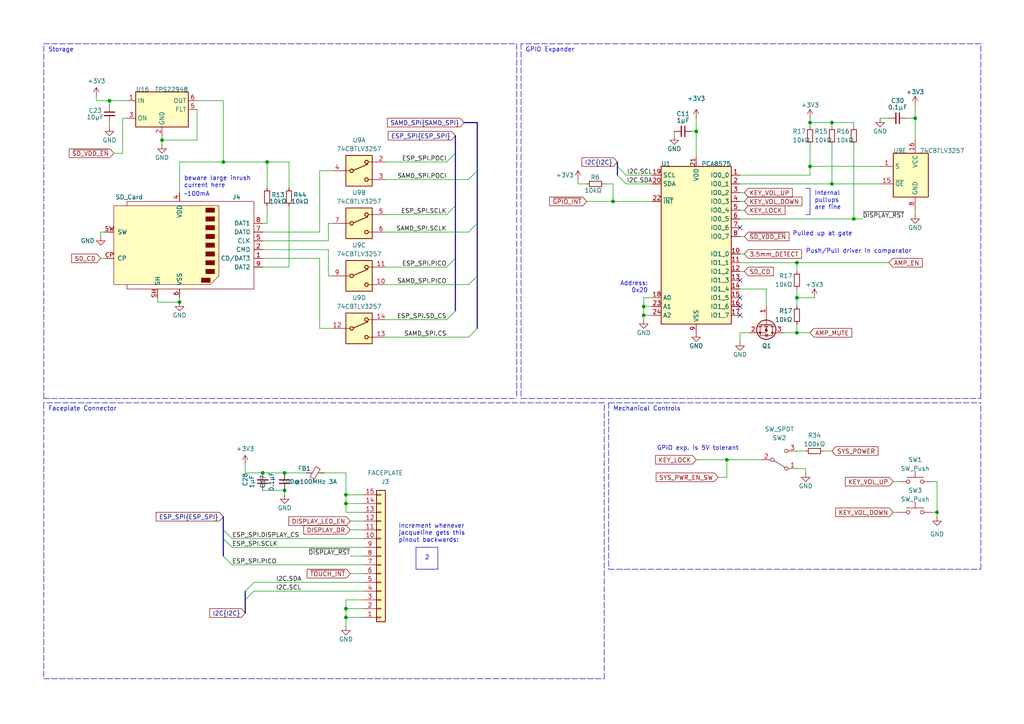
<source format=kicad_sch>
(kicad_sch (version 20230121) (generator eeschema)
  (paper "A4")
  (title_block (title "TANGARA") (date "2023-05-30") (rev "4") (company "made by jacqueline") (comment 1 "SPDX-License-Identifier: CERN-OHL-S-2.0"))
  (lib_symbols
    (symbol "74xx:74CBTLV3257"
      (property "Reference" "U" (at 17.78 1.27 0))
      (property "Value" "74CBTLV3257" (at 15.24 -1.27 0))
      (symbol "74CBTLV3257_1_1"
        (rectangle (start -3.81 4.445) (end 3.81 -4.445) (stroke (width 0.254)) (fill (type background)))
        (circle (center -2.159 0) (radius 0.508) (stroke (width 0.254)))
        (polyline (pts (xy -5.08 0) (xy -2.794 0)))
        (polyline (pts (xy -1.651 0.127) (xy 2.54 1.905)) (stroke (width 0.254)))
        (polyline (pts (xy 5.08 -2.54) (xy 2.794 -2.54)))
        (polyline (pts (xy 5.08 2.54) (xy 2.794 2.54)))
        (circle (center 2.159 -2.54) (radius 0.508) (stroke (width 0.254)))
        (circle (center 2.159 2.54) (radius 0.508) (stroke (width 0.254)))
        (pin passive line (at 7.62 2.54 180) (length 2.54) (name "~") (number "2"))
        (pin passive line (at 7.62 -2.54 180) (length 2.54) (name "~") (number "3"))
        (pin passive line (at -7.62 0 0) (length 2.54) (name "~") (number "4"))
      )
      (symbol "74CBTLV3257_2_1"
        (rectangle (start -3.81 4.445) (end 3.81 -4.445) (stroke (width 0.254)) (fill (type background)))
        (circle (center -2.159 0) (radius 0.508) (stroke (width 0.254)))
        (polyline (pts (xy -5.08 0) (xy -2.794 0)))
        (polyline (pts (xy -1.651 0.127) (xy 2.54 1.905)) (stroke (width 0.254)))
        (polyline (pts (xy 5.08 -2.54) (xy 2.794 -2.54)))
        (polyline (pts (xy 5.08 2.54) (xy 2.794 2.54)))
        (circle (center 2.159 -2.54) (radius 0.508) (stroke (width 0.254)))
        (circle (center 2.159 2.54) (radius 0.508) (stroke (width 0.254)))
        (pin passive line (at 7.62 2.54 180) (length 2.54) (name "~") (number "5"))
        (pin passive line (at 7.62 -2.54 180) (length 2.54) (name "~") (number "6"))
        (pin passive line (at -7.62 0 0) (length 2.54) (name "~") (number "7"))
      )
      (symbol "74CBTLV3257_3_1"
        (rectangle (start -3.81 4.445) (end 3.81 -4.445) (stroke (width 0.254)) (fill (type background)))
        (circle (center -2.159 0) (radius 0.508) (stroke (width 0.254)))
        (polyline (pts (xy -5.08 0) (xy -2.794 0)))
        (polyline (pts (xy -1.651 0.127) (xy 2.54 1.905)) (stroke (width 0.254)))
        (polyline (pts (xy 5.08 -2.54) (xy 2.794 -2.54)))
        (polyline (pts (xy 5.08 2.54) (xy 2.794 2.54)))
        (circle (center 2.159 -2.54) (radius 0.508) (stroke (width 0.254)))
        (circle (center 2.159 2.54) (radius 0.508) (stroke (width 0.254)))
        (pin passive line (at 7.62 -2.54 180) (length 2.54) (name "~") (number "10"))
        (pin passive line (at 7.62 2.54 180) (length 2.54) (name "~") (number "11"))
        (pin passive line (at -7.62 0 0) (length 2.54) (name "~") (number "9"))
      )
      (symbol "74CBTLV3257_4_1"
        (rectangle (start -3.81 4.445) (end 3.81 -4.445) (stroke (width 0.254)) (fill (type background)))
        (circle (center -2.159 0) (radius 0.508) (stroke (width 0.254)))
        (polyline (pts (xy -5.08 0) (xy -2.794 0)))
        (polyline (pts (xy -1.651 0.127) (xy 2.54 1.905)) (stroke (width 0.254)))
        (polyline (pts (xy 5.08 -2.54) (xy 2.794 -2.54)))
        (polyline (pts (xy 5.08 2.54) (xy 2.794 2.54)))
        (circle (center 2.159 -2.54) (radius 0.508) (stroke (width 0.254)))
        (circle (center 2.159 2.54) (radius 0.508) (stroke (width 0.254)))
        (pin passive line (at -7.62 0 0) (length 2.54) (name "~") (number "12"))
        (pin passive line (at 7.62 -2.54 180) (length 2.54) (name "~") (number "13"))
        (pin passive line (at 7.62 2.54 180) (length 2.54) (name "~") (number "14"))
      )
      (symbol "74CBTLV3257_5_1"
        (rectangle (start 3.81 6.35) (end -6.35 -6.35) (stroke (width 0.254)) (fill (type background)))
        (pin input line (at -10.16 2.54 0) (length 3.81) (name "S") (number "1"))
        (pin input line (at -10.16 -2.54 0) (length 3.81) (name "~{OE}") (number "15"))
        (pin power_in line (at 0 10.16 270) (length 3.81) (name "VCC") (number "16"))
        (pin power_in line (at 0 -10.16 90) (length 3.81) (name "GND") (number "8"))
      )
    )
    (symbol "Connector_Generic:Conn_01x15" (pin_names (offset 1.016) hide)
      (property "Reference" "J" (at 0 20.32 0))
      (property "Value" "Conn_01x15" (at 0 -20.32 0))
      (symbol "Conn_01x15_1_1"
        (rectangle (start -1.27 -17.653) (end 0 -17.907) (stroke (width 0.1524)))
        (rectangle (start -1.27 -15.113) (end 0 -15.367) (stroke (width 0.1524)))
        (rectangle (start -1.27 -12.573) (end 0 -12.827) (stroke (width 0.1524)))
        (rectangle (start -1.27 -10.033) (end 0 -10.287) (stroke (width 0.1524)))
        (rectangle (start -1.27 -7.493) (end 0 -7.747) (stroke (width 0.1524)))
        (rectangle (start -1.27 -4.953) (end 0 -5.207) (stroke (width 0.1524)))
        (rectangle (start -1.27 -2.413) (end 0 -2.667) (stroke (width 0.1524)))
        (rectangle (start -1.27 0.127) (end 0 -0.127) (stroke (width 0.1524)))
        (rectangle (start -1.27 2.667) (end 0 2.413) (stroke (width 0.1524)))
        (rectangle (start -1.27 5.207) (end 0 4.953) (stroke (width 0.1524)))
        (rectangle (start -1.27 7.747) (end 0 7.493) (stroke (width 0.1524)))
        (rectangle (start -1.27 10.287) (end 0 10.033) (stroke (width 0.1524)))
        (rectangle (start -1.27 12.827) (end 0 12.573) (stroke (width 0.1524)))
        (rectangle (start -1.27 15.367) (end 0 15.113) (stroke (width 0.1524)))
        (rectangle (start -1.27 17.907) (end 0 17.653) (stroke (width 0.1524)))
        (rectangle (start -1.27 19.05) (end 1.27 -19.05) (stroke (width 0.254)) (fill (type background)))
        (pin passive line (at -5.08 17.78 0) (length 3.81) (name "Pin_1") (number "1"))
        (pin passive line (at -5.08 -5.08 0) (length 3.81) (name "Pin_10") (number "10"))
        (pin passive line (at -5.08 -7.62 0) (length 3.81) (name "Pin_11") (number "11"))
        (pin passive line (at -5.08 -10.16 0) (length 3.81) (name "Pin_12") (number "12"))
        (pin passive line (at -5.08 -12.7 0) (length 3.81) (name "Pin_13") (number "13"))
        (pin passive line (at -5.08 -15.24 0) (length 3.81) (name "Pin_14") (number "14"))
        (pin passive line (at -5.08 -17.78 0) (length 3.81) (name "Pin_15") (number "15"))
        (pin passive line (at -5.08 15.24 0) (length 3.81) (name "Pin_2") (number "2"))
        (pin passive line (at -5.08 12.7 0) (length 3.81) (name "Pin_3") (number "3"))
        (pin passive line (at -5.08 10.16 0) (length 3.81) (name "Pin_4") (number "4"))
        (pin passive line (at -5.08 7.62 0) (length 3.81) (name "Pin_5") (number "5"))
        (pin passive line (at -5.08 5.08 0) (length 3.81) (name "Pin_6") (number "6"))
        (pin passive line (at -5.08 2.54 0) (length 3.81) (name "Pin_7") (number "7"))
        (pin passive line (at -5.08 0 0) (length 3.81) (name "Pin_8") (number "8"))
        (pin passive line (at -5.08 -2.54 0) (length 3.81) (name "Pin_9") (number "9"))
      )
    )
    (symbol "Device:C_Small" (pin_numbers hide) (pin_names (offset 0.254) hide)
      (property "Reference" "C" (at 0.254 1.778 0))
      (property "Value" "C_Small" (at 0.254 -2.032 0))
      (symbol "C_Small_0_1"
        (polyline (pts (xy -1.524 -0.508) (xy 1.524 -0.508)) (stroke (width 0.3302)))
        (polyline (pts (xy -1.524 0.508) (xy 1.524 0.508)) (stroke (width 0.3048)))
      )
      (symbol "C_Small_1_1"
        (pin passive line (at 0 2.54 270) (length 2.032) (name "~") (number "1"))
        (pin passive line (at 0 -2.54 90) (length 2.032) (name "~") (number "2"))
      )
    )
    (symbol "Device:Ferrite_Bead_Small" (pin_numbers hide) (pin_names (offset 0))
      (property "Reference" "FB" (at 1.905 1.27 0))
      (property "Value" "Device_Ferrite_Bead_Small" (at 1.905 -1.27 0))
      (symbol "Ferrite_Bead_Small_0_1"
        (polyline (pts (xy 0 -1.27) (xy 0 -0.7874)))
        (polyline (pts (xy 0 0.889) (xy 0 1.2954)))
        (polyline (pts (xy -1.8288 0.2794) (xy -1.1176 1.4986) (xy 1.8288 -0.2032) (xy 1.1176 -1.4224) (xy -1.8288 0.2794)))
      )
      (symbol "Ferrite_Bead_Small_1_1"
        (pin passive line (at 0 2.54 270) (length 1.27) (name "~") (number "1"))
        (pin passive line (at 0 -2.54 90) (length 1.27) (name "~") (number "2"))
      )
    )
    (symbol "Device:Q_NMOS_GSD" (pin_names (offset 0) hide)
      (property "Reference" "Q" (at 5.08 1.27 0))
      (property "Value" "Q_NMOS_GSD" (at 5.08 -1.27 0))
      (symbol "Q_NMOS_GSD_0_1"
        (polyline (pts (xy 0.254 0) (xy -2.54 0)))
        (polyline (pts (xy 0.254 1.905) (xy 0.254 -1.905)) (stroke (width 0.254)))
        (polyline (pts (xy 0.762 -1.27) (xy 0.762 -2.286)) (stroke (width 0.254)))
        (polyline (pts (xy 0.762 0.508) (xy 0.762 -0.508)) (stroke (width 0.254)))
        (polyline (pts (xy 0.762 2.286) (xy 0.762 1.27)) (stroke (width 0.254)))
        (polyline (pts (xy 2.54 2.54) (xy 2.54 1.778)))
        (polyline (pts (xy 2.54 -2.54) (xy 2.54 0) (xy 0.762 0)))
        (polyline (pts (xy 0.762 -1.778) (xy 3.302 -1.778) (xy 3.302 1.778) (xy 0.762 1.778)))
        (polyline (pts (xy 1.016 0) (xy 2.032 0.381) (xy 2.032 -0.381) (xy 1.016 0)) (fill (type outline)))
        (polyline (pts (xy 2.794 0.508) (xy 2.921 0.381) (xy 3.683 0.381) (xy 3.81 0.254)))
        (polyline (pts (xy 3.302 0.381) (xy 2.921 -0.254) (xy 3.683 -0.254) (xy 3.302 0.381)))
        (circle (center 1.651 0) (radius 2.794) (stroke (width 0.254)))
        (circle (center 2.54 -1.778) (radius 0.254) (fill (type outline)))
        (circle (center 2.54 1.778) (radius 0.254) (fill (type outline)))
      )
      (symbol "Q_NMOS_GSD_1_1"
        (pin input line (at -5.08 0 0) (length 2.54) (name "G") (number "1"))
        (pin passive line (at 2.54 -5.08 90) (length 2.54) (name "S") (number "2"))
        (pin passive line (at 2.54 5.08 270) (length 2.54) (name "D") (number "3"))
      )
    )
    (symbol "Device:R_Small" (pin_numbers hide) (pin_names (offset 0.254) hide)
      (property "Reference" "R" (at 0.762 0.508 0))
      (property "Value" "R_Small" (at 0.762 -1.016 0))
      (symbol "R_Small_0_1"
        (rectangle (start -0.762 1.778) (end 0.762 -1.778) (stroke (width 0.2032)))
      )
      (symbol "R_Small_1_1"
        (pin passive line (at 0 2.54 270) (length 0.762) (name "~") (number "1"))
        (pin passive line (at 0 -2.54 90) (length 0.762) (name "~") (number "2"))
      )
    )
    (symbol "Switch:SW_Push" (pin_numbers hide) (pin_names (offset 1.016) hide)
      (property "Reference" "SW" (at 1.27 2.54 0))
      (property "Value" "SW_Push" (at 0 -1.524 0))
      (symbol "SW_Push_0_1"
        (circle (center -2.032 0) (radius 0.508))
        (polyline (pts (xy 0 1.27) (xy 0 3.048)))
        (polyline (pts (xy 2.54 1.27) (xy -2.54 1.27)))
        (circle (center 2.032 0) (radius 0.508))
        (pin passive line (at -5.08 0 0) (length 2.54) (name "1") (number "1"))
        (pin passive line (at 5.08 0 180) (length 2.54) (name "2") (number "2"))
      )
    )
    (symbol "Switch:SW_SPDT" (pin_names (offset 0) hide)
      (property "Reference" "SW" (at 0 4.318 0))
      (property "Value" "SW_SPDT" (at 0 -5.08 0))
      (symbol "SW_SPDT_0_0"
        (circle (center -2.032 0) (radius 0.508))
        (circle (center 2.032 -2.54) (radius 0.508))
      )
      (symbol "SW_SPDT_0_1"
        (polyline (pts (xy -1.524 0.254) (xy 1.651 2.286)))
        (circle (center 2.032 2.54) (radius 0.508))
      )
      (symbol "SW_SPDT_1_1"
        (pin passive line (at 5.08 2.54 180) (length 2.54) (name "A") (number "1"))
        (pin passive line (at -5.08 0 0) (length 2.54) (name "B") (number "2"))
        (pin passive line (at 5.08 -2.54 180) (length 2.54) (name "C") (number "3"))
      )
    )
    (symbol "power:+3V3" (power) (pin_names (offset 0))
      (property "Value" "+3V3" (at 0 3.556 0))
      (symbol "+3V3_0_1"
        (polyline (pts (xy -0.762 1.27) (xy 0 2.54)))
        (polyline (pts (xy 0 0) (xy 0 2.54)))
        (polyline (pts (xy 0 2.54) (xy 0.762 1.27)))
      )
      (symbol "+3V3_1_1"
        (pin power_in line (at 0 0 90) (length 0) hide (name "+3V3") (number "1"))
      )
    )
    (symbol "power:GND" (power) (pin_names (offset 0))
      (property "Value" "GND" (at 0 -3.81 0))
      (symbol "GND_0_1"
        (polyline (pts (xy 0 0) (xy 0 -1.27) (xy 1.27 -1.27) (xy 0 -2.54) (xy -1.27 -1.27) (xy 0 -1.27)))
      )
      (symbol "GND_1_1"
        (pin power_in line (at 0 0 270) (length 0) hide (name "GND") (number "1"))
      )
    )
    (symbol "symbols:PCA8575BS"
      (property "Reference" "U" (at -8.89 24.13 0))
      (property "Value" "PCA8575BS" (at 6.35 24.13 0))
      (symbol "PCA8575BS_0_1"
        (rectangle (start -10.16 22.86) (end 10.16 -22.86) (stroke (width 0.254)) (fill (type background)))
      )
      (symbol "PCA8575BS_1_0"
        (pin power_in line (at 0 -25.4 90) (length 2.54) hide (name "EP") (number "25"))
      )
      (symbol "PCA8575BS_1_1"
        (pin bidirectional line (at 12.7 20.32 180) (length 2.54) (name "IO0_0") (number "1"))
        (pin bidirectional line (at 12.7 -2.54 180) (length 2.54) (name "IO1_0") (number "10"))
        (pin bidirectional line (at 12.7 -5.08 180) (length 2.54) (name "IO1_1") (number "11"))
        (pin bidirectional line (at 12.7 -7.62 180) (length 2.54) (name "IO1_2") (number "12"))
        (pin bidirectional line (at 12.7 -10.16 180) (length 2.54) (name "IO1_3") (number "13"))
        (pin bidirectional line (at 12.7 -12.7 180) (length 2.54) (name "IO1_4") (number "14"))
        (pin bidirectional line (at 12.7 -15.24 180) (length 2.54) (name "IO1_5") (number "15"))
        (pin bidirectional line (at 12.7 -17.78 180) (length 2.54) (name "IO1_6") (number "16"))
        (pin bidirectional line (at 12.7 -20.32 180) (length 2.54) (name "IO1_7") (number "17"))
        (pin input line (at -12.7 -15.24 0) (length 2.54) (name "A0") (number "18"))
        (pin input line (at -12.7 20.32 0) (length 2.54) (name "SCL") (number "19"))
        (pin bidirectional line (at 12.7 17.78 180) (length 2.54) (name "IO0_1") (number "2"))
        (pin bidirectional line (at -12.7 17.78 0) (length 2.54) (name "SDA") (number "20"))
        (pin power_in line (at 0 25.4 270) (length 2.54) (name "VDD") (number "21"))
        (pin open_collector line (at -12.7 12.7 0) (length 2.54) (name "~{INT}") (number "22"))
        (pin input line (at -12.7 -17.78 0) (length 2.54) (name "A1") (number "23"))
        (pin input line (at -12.7 -20.32 0) (length 2.54) (name "A2") (number "24"))
        (pin bidirectional line (at 12.7 15.24 180) (length 2.54) (name "IO0_2") (number "3"))
        (pin bidirectional line (at 12.7 12.7 180) (length 2.54) (name "IO0_3") (number "4"))
        (pin bidirectional line (at 12.7 10.16 180) (length 2.54) (name "IO0_4") (number "5"))
        (pin bidirectional line (at 12.7 7.62 180) (length 2.54) (name "IO0_5") (number "6"))
        (pin bidirectional line (at 12.7 5.08 180) (length 2.54) (name "IO0_6") (number "7"))
        (pin bidirectional line (at 12.7 2.54 180) (length 2.54) (name "IO0_7") (number "8"))
        (pin power_in line (at 0 -25.4 90) (length 2.54) (name "VSS") (number "9"))
      )
    )
    (symbol "symbols:SD_Card" (pin_names (offset 1.016))
      (property "Reference" "J" (at -16.51 13.97 0))
      (property "Value" "SD_Card" (at 15.24 -13.97 0))
      (symbol "SD_Card_0_1"
        (rectangle (start -8.89 -9.525) (end -6.35 -10.795) (fill (type outline)))
        (rectangle (start -8.89 -6.985) (end -6.35 -8.255) (fill (type outline)))
        (rectangle (start -8.89 -4.445) (end -6.35 -5.715) (fill (type outline)))
        (rectangle (start -8.89 -1.905) (end -6.35 -3.175) (fill (type outline)))
        (rectangle (start -8.89 0.635) (end -6.35 -0.635) (fill (type outline)))
        (rectangle (start -8.89 3.175) (end -6.35 1.905) (fill (type outline)))
        (rectangle (start -8.89 5.715) (end -6.35 4.445) (fill (type outline)))
        (rectangle (start -8.89 8.255) (end -6.35 6.985) (fill (type outline)))
        (rectangle (start -7.62 10.795) (end -5.08 9.525) (fill (type outline)))
        (polyline (pts (xy -10.16 8.89) (xy -7.62 11.43) (xy 20.32 11.43) (xy 20.32 -11.43) (xy -10.16 -11.43) (xy -10.16 8.89)) (fill (type background)))
        (polyline (pts (xy 16.51 11.43) (xy 16.51 12.7) (xy -20.32 12.7) (xy -20.32 -12.7) (xy 16.51 -12.7) (xy 16.51 -11.43)))
      )
      (symbol "SD_Card_1_1"
        (pin input line (at -22.86 3.81 0) (length 2.54) (name "CD/DAT3") (number "1"))
        (pin input line (at -22.86 1.27 0) (length 2.54) (name "CMD") (number "2"))
        (pin power_in line (at 1.27 15.24 270) (length 2.54) hide (name "VSS") (number "3"))
        (pin power_in line (at 1.27 -15.24 90) (length 2.54) (name "VDD") (number "4"))
        (pin input line (at -22.86 -1.27 0) (length 2.54) (name "CLK") (number "5"))
        (pin power_in line (at 1.27 15.24 270) (length 2.54) (name "VSS") (number "6"))
        (pin input line (at -22.86 -3.81 0) (length 2.54) (name "DAT0") (number "7"))
        (pin input line (at -22.86 -6.35 0) (length 2.54) (name "DAT1") (number "8"))
        (pin input line (at -22.86 6.35 0) (length 2.54) (name "DAT2") (number "9"))
        (pin input line (at 22.86 3.81 180) (length 2.54) (name "CP") (number "CP"))
        (pin input line (at 7.62 15.24 270) (length 2.54) (name "SH") (number "SH"))
        (pin input line (at 22.86 -3.81 180) (length 2.54) (name "SW") (number "SW"))
      )
    )
    (symbol "symbols:TPS22917DBV"
      (property "Reference" "U" (at -6.35 6.35 0))
      (property "Value" "TPS22948" (at 2.54 6.35 0))
      (symbol "TPS22917DBV_0_1"
        (rectangle (start -7.62 5.08) (end 7.62 -5.08) (stroke (width 0.254)) (fill (type background)))
      )
      (symbol "TPS22917DBV_1_1"
        (pin power_in line (at -10.16 2.54 0) (length 2.54) (name "IN") (number "1"))
        (pin power_in line (at 0 -7.62 90) (length 2.54) (name "GND") (number "2"))
        (pin input line (at -10.16 -2.54 0) (length 2.54) (name "ON") (number "3"))
        (pin no_connect line (at -7.62 0 0) (length 2.54) hide (name "NC") (number "4"))
        (pin open_collector line (at 10.16 0 180) (length 2.54) (name "FLT") (number "5"))
        (pin power_out line (at 10.16 2.54 180) (length 2.54) (name "OUT") (number "6"))
      )
    )
  )
  (junction (at 82.55 137.16))
  (junction (at 186.69 91.44))
  (junction (at 100.33 146.05))
  (junction (at 46.99 40.64))
  (junction (at 231.14 96.52))
  (junction (at 231.14 86.36))
  (junction (at 64.77 46.99))
  (junction (at 52.07 87.63))
  (junction (at 100.33 176.53))
  (junction (at 234.95 48.26))
  (junction (at 100.33 179.07))
  (junction (at 265.43 34.29))
  (junction (at 76.2 137.16))
  (junction (at 82.55 142.24))
  (junction (at 234.95 35.56))
  (junction (at 241.3 53.34))
  (junction (at 100.33 143.51))
  (junction (at 271.78 148.59))
  (junction (at 31.75 29.21))
  (junction (at 201.93 38.1))
  (junction (at 186.69 88.9))
  (junction (at 210.82 133.35))
  (junction (at 241.3 35.56))
  (junction (at 247.65 63.5))
  (junction (at 231.14 76.2))
  (junction (at 77.47 46.99))
  (junction (at 177.8 58.42))
  (no_connect (at 214.63 81.28))
  (no_connect (at 214.63 86.36))
  (no_connect (at 214.63 91.44))
  (no_connect (at 214.63 88.9))
  (no_connect (at 214.63 66.04))
  (bus_entry (at 67.31 158.75) (size -2.54 -2.54))
  (bus_entry (at 179.07 48.26) (size 2.54 2.54))
  (bus_entry (at 129.54 77.47) (size 2.54 -2.54))
  (bus_entry (at 129.54 92.71) (size 2.54 -2.54))
  (bus_entry (at 129.54 46.99) (size 2.54 -2.54))
  (bus_entry (at 129.54 62.23) (size 2.54 -2.54))
  (bus_entry (at 179.07 50.8) (size 2.54 2.54))
  (bus_entry (at 135.89 52.07) (size 2.54 -2.54))
  (bus_entry (at 135.89 82.55) (size 2.54 -2.54))
  (bus_entry (at 135.89 67.31) (size 2.54 -2.54))
  (bus_entry (at 67.31 163.83) (size -2.54 -2.54))
  (bus_entry (at 71.12 171.45) (size 2.54 -2.54))
  (bus_entry (at 71.12 173.99) (size 2.54 -2.54))
  (bus_entry (at 135.89 97.79) (size 2.54 -2.54))
  (bus_entry (at 67.31 156.21) (size -2.54 -2.54))
  (wire (pts (xy 186.69 88.9) (xy 186.69 91.44)))
  (wire (pts (xy 186.69 91.44) (xy 186.69 92.71)))
  (bus (pts (xy 64.77 153.67) (xy 64.77 156.21)))
  (wire (pts (xy 271.78 139.7) (xy 271.78 148.59)))
  (wire (pts (xy 67.31 156.21) (xy 105.41 156.21)))
  (polyline (pts (xy 12.7 12.7) (xy 149.86 12.7)) (stroke (width 0) (type dash)))
  (polyline (pts (xy 176.53 116.84) (xy 176.53 165.1)) (stroke (width 0) (type dash)))
  (wire (pts (xy 93.98 137.16) (xy 100.33 137.16)))
  (wire (pts (xy 208.28 138.43) (xy 210.82 138.43)))
  (wire (pts (xy 231.14 76.2) (xy 257.81 76.2)))
  (wire (pts (xy 234.95 41.91) (xy 234.95 48.26)))
  (wire (pts (xy 76.2 142.24) (xy 82.55 142.24)))
  (wire (pts (xy 250.19 63.5) (xy 247.65 63.5)))
  (bus (pts (xy 134.62 35.56) (xy 138.43 35.56)))
  (polyline (pts (xy 234.95 62.23) (xy 234.95 54.61)))
  (wire (pts (xy 100.33 179.07) (xy 105.41 179.07)))
  (bus (pts (xy 71.12 171.45) (xy 71.12 173.99)))
  (wire (pts (xy 52.07 87.63) (xy 52.07 86.36)))
  (wire (pts (xy 265.43 30.48) (xy 265.43 34.29)))
  (wire (pts (xy 201.93 34.29) (xy 201.93 38.1)))
  (wire (pts (xy 92.71 49.53) (xy 92.71 67.31)))
  (wire (pts (xy 57.15 40.64) (xy 46.99 40.64)))
  (wire (pts (xy 214.63 76.2) (xy 231.14 76.2)))
  (wire (pts (xy 231.14 86.36) (xy 231.14 88.9)))
  (wire (pts (xy 57.15 29.21) (xy 64.77 29.21)))
  (wire (pts (xy 101.6 153.67) (xy 105.41 153.67)))
  (wire (pts (xy 177.8 53.34) (xy 177.8 58.42)))
  (wire (pts (xy 77.47 46.99) (xy 83.82 46.99)))
  (bus (pts (xy 132.08 44.45) (xy 132.08 59.69)))
  (wire (pts (xy 270.51 148.59) (xy 271.78 148.59)))
  (wire (pts (xy 234.95 50.8) (xy 234.95 48.26)))
  (wire (pts (xy 31.75 35.56) (xy 31.75 36.83)))
  (wire (pts (xy 175.26 53.34) (xy 177.8 53.34)))
  (wire (pts (xy 241.3 35.56) (xy 247.65 35.56)))
  (polyline (pts (xy 176.53 116.84) (xy 284.48 116.84)) (stroke (width 0) (type dash)))
  (wire (pts (xy 214.63 58.42) (xy 215.9 58.42)))
  (wire (pts (xy 35.56 34.29) (xy 35.56 44.45)))
  (wire (pts (xy 170.18 58.42) (xy 177.8 58.42)))
  (wire (pts (xy 214.63 53.34) (xy 241.3 53.34)))
  (wire (pts (xy 214.63 96.52) (xy 214.63 99.06)))
  (wire (pts (xy 95.25 72.39) (xy 95.25 80.01)))
  (polyline (pts (xy 151.13 12.7) (xy 151.13 115.57)) (stroke (width 0) (type dash)))
  (wire (pts (xy 247.65 41.91) (xy 247.65 63.5)))
  (wire (pts (xy 76.2 137.16) (xy 82.55 137.16)))
  (wire (pts (xy 100.33 181.61) (xy 100.33 179.07)))
  (wire (pts (xy 67.31 158.75) (xy 105.41 158.75)))
  (wire (pts (xy 181.61 53.34) (xy 189.23 53.34)))
  (wire (pts (xy 31.75 29.21) (xy 31.75 30.48)))
  (wire (pts (xy 100.33 176.53) (xy 100.33 179.07)))
  (wire (pts (xy 92.71 74.93) (xy 92.71 95.25)))
  (wire (pts (xy 100.33 137.16) (xy 100.33 143.51)))
  (wire (pts (xy 45.72 86.36) (xy 45.72 87.63)))
  (wire (pts (xy 111.76 97.79) (xy 135.89 97.79)))
  (wire (pts (xy 167.64 53.34) (xy 170.18 53.34)))
  (wire (pts (xy 76.2 67.31) (xy 92.71 67.31)))
  (wire (pts (xy 227.33 96.52) (xy 231.14 96.52)))
  (wire (pts (xy 29.21 67.31) (xy 29.21 68.58)))
  (polyline (pts (xy 151.13 115.57) (xy 284.48 115.57)) (stroke (width 0) (type dash)))
  (wire (pts (xy 71.12 137.16) (xy 76.2 137.16)))
  (wire (pts (xy 46.99 39.37) (xy 46.99 40.64)))
  (wire (pts (xy 247.65 35.56) (xy 247.65 36.83)))
  (bus (pts (xy 132.08 74.93) (xy 132.08 90.17)))
  (wire (pts (xy 189.23 88.9) (xy 186.69 88.9)))
  (wire (pts (xy 64.77 29.21) (xy 64.77 46.99)))
  (wire (pts (xy 189.23 86.36) (xy 186.69 86.36)))
  (wire (pts (xy 231.14 83.82) (xy 231.14 86.36)))
  (wire (pts (xy 270.51 139.7) (xy 271.78 139.7)))
  (wire (pts (xy 200.66 38.1) (xy 201.93 38.1)))
  (bus (pts (xy 138.43 35.56) (xy 138.43 49.53)))
  (wire (pts (xy 95.25 80.01) (xy 96.52 80.01)))
  (wire (pts (xy 71.12 134.62) (xy 71.12 137.16)))
  (wire (pts (xy 222.25 83.82) (xy 222.25 88.9)))
  (bus (pts (xy 179.07 46.99) (xy 179.07 48.26)))
  (wire (pts (xy 101.6 161.29) (xy 105.41 161.29)))
  (wire (pts (xy 92.71 95.25) (xy 96.52 95.25)))
  (wire (pts (xy 33.02 44.45) (xy 35.56 44.45)))
  (wire (pts (xy 64.77 46.99) (xy 77.47 46.99)))
  (polyline (pts (xy 284.48 165.1) (xy 284.48 116.84)) (stroke (width 0) (type dash)))
  (wire (pts (xy 222.25 83.82) (xy 214.63 83.82)))
  (wire (pts (xy 215.9 68.58) (xy 214.63 68.58)))
  (wire (pts (xy 255.27 34.29) (xy 257.81 34.29)))
  (wire (pts (xy 77.47 46.99) (xy 77.47 54.61)))
  (wire (pts (xy 214.63 55.88) (xy 215.9 55.88)))
  (wire (pts (xy 95.25 69.85) (xy 95.25 64.77)))
  (wire (pts (xy 234.95 48.26) (xy 255.27 48.26)))
  (wire (pts (xy 214.63 50.8) (xy 234.95 50.8)))
  (wire (pts (xy 111.76 92.71) (xy 129.54 92.71)))
  (wire (pts (xy 57.15 31.75) (xy 57.15 40.64)))
  (wire (pts (xy 234.95 35.56) (xy 234.95 36.83)))
  (polyline (pts (xy 12.7 196.85) (xy 175.26 196.85)) (stroke (width 0) (type dash)))
  (wire (pts (xy 100.33 143.51) (xy 105.41 143.51)))
  (wire (pts (xy 177.8 58.42) (xy 189.23 58.42)))
  (wire (pts (xy 111.76 77.47) (xy 129.54 77.47)))
  (wire (pts (xy 111.76 52.07) (xy 135.89 52.07)))
  (wire (pts (xy 217.17 96.52) (xy 214.63 96.52)))
  (wire (pts (xy 101.6 166.37) (xy 105.41 166.37)))
  (wire (pts (xy 73.66 171.45) (xy 105.41 171.45)))
  (bus (pts (xy 179.07 48.26) (xy 179.07 50.8)))
  (wire (pts (xy 195.58 38.1) (xy 195.58 39.37)))
  (wire (pts (xy 167.64 52.07) (xy 167.64 53.34)))
  (wire (pts (xy 83.82 54.61) (xy 83.82 46.99)))
  (wire (pts (xy 236.22 86.36) (xy 231.14 86.36)))
  (wire (pts (xy 215.9 73.66) (xy 214.63 73.66)))
  (wire (pts (xy 233.68 137.16) (xy 233.68 135.89)))
  (polyline (pts (xy 12.7 115.57) (xy 149.86 115.57)) (stroke (width 0) (type dash)))
  (wire (pts (xy 247.65 63.5) (xy 214.63 63.5)))
  (bus (pts (xy 138.43 64.77) (xy 138.43 80.01)))
  (wire (pts (xy 241.3 53.34) (xy 255.27 53.34)))
  (polyline (pts (xy 175.26 196.85) (xy 175.26 116.84)) (stroke (width 0) (type dash)))
  (wire (pts (xy 100.33 148.59) (xy 100.33 146.05)))
  (wire (pts (xy 265.43 34.29) (xy 265.43 40.64)))
  (wire (pts (xy 201.93 133.35) (xy 210.82 133.35)))
  (polyline (pts (xy 12.7 115.57) (xy 12.7 12.7)) (stroke (width 0) (type dash)))
  (wire (pts (xy 105.41 146.05) (xy 100.33 146.05)))
  (polyline (pts (xy 176.53 165.1) (xy 284.48 165.1)) (stroke (width 0) (type dash)))
  (wire (pts (xy 265.43 62.23) (xy 265.43 60.96)))
  (wire (pts (xy 46.99 41.91) (xy 46.99 40.64)))
  (wire (pts (xy 111.76 82.55) (xy 135.89 82.55)))
  (polyline (pts (xy 12.7 116.84) (xy 12.7 196.85)) (stroke (width 0) (type dash)))
  (bus (pts (xy 64.77 156.21) (xy 64.77 161.29)))
  (bus (pts (xy 132.08 39.37) (xy 132.08 44.45)))
  (wire (pts (xy 73.66 168.91) (xy 105.41 168.91)))
  (wire (pts (xy 52.07 55.88) (xy 52.07 46.99)))
  (wire (pts (xy 27.94 29.21) (xy 31.75 29.21)))
  (wire (pts (xy 111.76 67.31) (xy 135.89 67.31)))
  (polyline (pts (xy 175.26 116.84) (xy 12.7 116.84)) (stroke (width 0) (type dash)))
  (wire (pts (xy 210.82 133.35) (xy 210.82 138.43)))
  (wire (pts (xy 77.47 59.69) (xy 77.47 64.77)))
  (wire (pts (xy 233.68 135.89) (xy 231.14 135.89)))
  (wire (pts (xy 201.93 38.1) (xy 201.93 45.72)))
  (wire (pts (xy 234.95 35.56) (xy 241.3 35.56)))
  (wire (pts (xy 82.55 142.24) (xy 82.55 143.51)))
  (polyline (pts (xy 233.68 62.23) (xy 234.95 62.23)))
  (wire (pts (xy 210.82 133.35) (xy 220.98 133.35)))
  (bus (pts (xy 132.08 59.69) (xy 132.08 74.93)))
  (wire (pts (xy 36.83 34.29) (xy 35.56 34.29)))
  (wire (pts (xy 101.6 151.13) (xy 105.41 151.13)))
  (wire (pts (xy 83.82 59.69) (xy 83.82 77.47)))
  (wire (pts (xy 96.52 49.53) (xy 92.71 49.53)))
  (wire (pts (xy 31.75 29.21) (xy 36.83 29.21)))
  (wire (pts (xy 76.2 64.77) (xy 77.47 64.77)))
  (wire (pts (xy 231.14 130.81) (xy 233.68 130.81)))
  (polyline (pts (xy 284.48 12.7) (xy 151.13 12.7)) (stroke (width 0) (type dash)))
  (wire (pts (xy 30.48 67.31) (xy 29.21 67.31)))
  (wire (pts (xy 76.2 72.39) (xy 95.25 72.39)))
  (polyline (pts (xy 233.68 54.61) (xy 234.95 54.61)))
  (wire (pts (xy 105.41 148.59) (xy 100.33 148.59)))
  (wire (pts (xy 241.3 41.91) (xy 241.3 53.34)))
  (wire (pts (xy 262.89 34.29) (xy 265.43 34.29)))
  (wire (pts (xy 100.33 173.99) (xy 100.33 176.53)))
  (wire (pts (xy 76.2 74.93) (xy 92.71 74.93)))
  (polyline (pts (xy 149.86 12.7) (xy 149.86 115.57)) (stroke (width 0) (type dash)))
  (wire (pts (xy 111.76 46.99) (xy 129.54 46.99)))
  (wire (pts (xy 215.9 78.74) (xy 214.63 78.74)))
  (wire (pts (xy 234.95 34.29) (xy 234.95 35.56)))
  (wire (pts (xy 82.55 137.16) (xy 88.9 137.16)))
  (wire (pts (xy 111.76 62.23) (xy 129.54 62.23)))
  (bus (pts (xy 64.77 149.86) (xy 64.77 153.67)))
  (wire (pts (xy 76.2 69.85) (xy 95.25 69.85)))
  (wire (pts (xy 181.61 50.8) (xy 189.23 50.8)))
  (wire (pts (xy 95.25 64.77) (xy 96.52 64.77)))
  (wire (pts (xy 231.14 96.52) (xy 234.95 96.52)))
  (bus (pts (xy 71.12 173.99) (xy 71.12 177.8)))
  (wire (pts (xy 231.14 93.98) (xy 231.14 96.52)))
  (wire (pts (xy 100.33 146.05) (xy 100.33 143.51)))
  (wire (pts (xy 189.23 91.44) (xy 186.69 91.44)))
  (wire (pts (xy 45.72 87.63) (xy 52.07 87.63)))
  (wire (pts (xy 271.78 148.59) (xy 271.78 149.86)))
  (polyline (pts (xy 284.48 115.57) (xy 284.48 12.7)) (stroke (width 0) (type dash)))
  (wire (pts (xy 27.94 27.94) (xy 27.94 29.21)))
  (wire (pts (xy 186.69 86.36) (xy 186.69 88.9)))
  (wire (pts (xy 259.08 139.7) (xy 260.35 139.7)))
  (wire (pts (xy 52.07 46.99) (xy 64.77 46.99)))
  (bus (pts (xy 138.43 49.53) (xy 138.43 64.77)))
  (wire (pts (xy 215.9 60.96) (xy 214.63 60.96)))
  (wire (pts (xy 105.41 176.53) (xy 100.33 176.53)))
  (wire (pts (xy 76.2 77.47) (xy 83.82 77.47)))
  (wire (pts (xy 105.41 173.99) (xy 100.33 173.99)))
  (wire (pts (xy 241.3 130.81) (xy 238.76 130.81)))
  (wire (pts (xy 259.08 148.59) (xy 260.35 148.59)))
  (bus (pts (xy 138.43 80.01) (xy 138.43 95.25)))
  (wire (pts (xy 67.31 163.83) (xy 105.41 163.83)))
  (wire (pts (xy 241.3 35.56) (xy 241.3 36.83)))
  (wire (pts (xy 231.14 76.2) (xy 231.14 78.74)))
  (wire (pts (xy 29.21 74.93) (xy 30.48 74.93)))
  (rectangle (start 120.65 158.75) (end 127 165.1))
  (text "GPIO exp. is 5V tolerant" (at 190.5 130.81 0) (effects (font (size 1.27 1.27)) (justify left bottom)))
  (text "GPIO Expander" (at 152.4 15.24 0) (effects (font (size 1.27 1.27)) (justify left bottom)))
  (text "beware large inrush\ncurrent here" (at 53.34 54.61 0) (effects (font (size 1.27 1.27)) (justify left bottom)))
  (text "Internal\npullups\nare fine" (at 236.22 60.96 0) (effects (font (size 1.27 1.27)) (justify left bottom)))
  (text "~100mA" (at 53.34 57.15 0) (effects (font (size 1.27 1.27)) (justify left bottom)))
  (text "Increment whenever\njacqueline gets this\npinout backwards:" (at 115.57 157.48 0) (effects (font (size 1.27 1.27)) (justify left bottom)))
  (text "Pulled up at gate" (at 229.87 68.58 0) (effects (font (size 1.27 1.27)) (justify left bottom)))
  (text "Storage" (at 13.97 15.24 0) (effects (font (size 1.27 1.27)) (justify left bottom)))
  (text "Mechanical Controls" (at 177.8 119.38 0) (effects (font (size 1.27 1.27)) (justify left bottom)))
  (text "2" (at 123.19 162.56 0) (effects (font (size 1.27 1.27)) (justify left bottom)))
  (text "Push/Pull driver in comparator" (at 233.68 73.66 0) (effects (font (size 1.27 1.27)) (justify left bottom)))
  (text "Faceplate Connector" (at 13.97 119.38 0) (effects (font (size 1.27 1.27)) (justify left bottom)))
  (text "Address:\n0x20" (at 187.96 85.09 0) (effects (font (size 1.27 1.27)) (justify right bottom)))
  (label "SAMD_SPI.POCI" (at 129.54 52.07 180))
  (label "I2C.SDA" (at 80.01 168.91 0))
  (label "I2C.SCL" (at 189.23 50.8 180))
  (label "SAMD_SPI.PICO" (at 129.54 82.55 180))
  (label "ESP_SPI.PICO" (at 129.54 77.47 180))
  (label "ESP_SPI.SD_CS" (at 129.54 92.71 180))
  (label "ESP_SPI.POCI" (at 129.54 46.99 180))
  (label "ESP_SPI.PICO" (at 67.31 163.83 0))
  (label "SAMD_SPI.SCLK" (at 129.54 67.31 180))
  (label "~{DISPLAY_RST}" (at 101.6 161.29 180) (property "Intersheetrefs" "${INTERSHEET_REFS}" (effects hide)))
  (label "ESP_SPI.DISPLAY_CS" (at 67.31 156.21 0))
  (label "SAMD_SPI.CS" (at 129.54 97.79 180))
  (label "ESP_SPI.SCLK" (at 67.31 158.75 0))
  (label "I2C.SDA" (at 189.23 53.34 180))
  (label "~{DISPLAY_RST}" (at 250.19 63.5 0) (property "Intersheetrefs" "${INTERSHEET_REFS}" (effects hide)))
  (label "ESP_SPI.SCLK" (at 129.54 62.23 180))
  (label "I2C.SCL" (at 80.01 171.45 0))
  (global_label "ESP_SPI{ESP_SPI}" (shape input) (at 132.08 39.37 180) (property "Intersheetrefs" "${INTERSHEET_REFS}" (effects hide)))
  (global_label "DISPLAY_LED_EN" (shape input) (at 101.6 151.13 180) (property "Intersheetrefs" "${INTERSHEET_REFS}" (effects hide)))
  (global_label "KEY_VOL_DOWN" (shape input) (at 259.08 148.59 180) (property "Intersheetrefs" "${INTERSHEET_REFS}" (effects hide)))
  (global_label "SYS_POWER" (shape input) (at 241.3 130.81 0) (property "Intersheetrefs" "${INTERSHEET_REFS}" (effects hide)))
  (global_label "SD_CD" (shape input) (at 29.21 74.93 180) (property "Intersheetrefs" "${INTERSHEET_REFS}" (effects hide)))
  (global_label "KEY_LOCK" (shape input) (at 215.9 60.96 0) (property "Intersheetrefs" "${INTERSHEET_REFS}" (effects hide)))
  (global_label "SD_CD" (shape input) (at 215.9 78.74 0) (property "Intersheetrefs" "${INTERSHEET_REFS}" (effects hide)))
  (global_label "I2C{I2C}" (shape input) (at 71.12 177.8 180) (property "Intersheetrefs" "${INTERSHEET_REFS}" (effects hide)))
  (global_label "SAMD_SPI{SAMD_SPI}" (shape input) (at 134.62 35.56 180) (property "Intersheetrefs" "${INTERSHEET_REFS}" (effects hide)))
  (global_label "KEY_VOL_UP" (shape input) (at 215.9 55.88 0) (property "Intersheetrefs" "${INTERSHEET_REFS}" (effects hide)))
  (global_label "~{SD_VDD_EN}" (shape input) (at 33.02 44.45 180) (property "Intersheetrefs" "${INTERSHEET_REFS}" (effects hide)))
  (global_label "3.5mm_DETECT" (shape input) (at 215.9 73.66 0) (property "Intersheetrefs" "${INTERSHEET_REFS}" (effects hide)))
  (global_label "KEY_LOCK" (shape input) (at 201.93 133.35 180) (property "Intersheetrefs" "${INTERSHEET_REFS}" (effects hide)))
  (global_label "AMP_MUTE" (shape input) (at 234.95 96.52 0) (property "Intersheetrefs" "${INTERSHEET_REFS}" (effects hide)))
  (global_label "~{TOUCH_INT}" (shape input) (at 101.6 166.37 180) (property "Intersheetrefs" "${INTERSHEET_REFS}" (effects hide)))
  (global_label "I2C{I2C}" (shape input) (at 179.07 46.99 180) (property "Intersheetrefs" "${INTERSHEET_REFS}" (effects hide)))
  (global_label "~{SD_VDD_EN}" (shape input) (at 215.9 68.58 0) (property "Intersheetrefs" "${INTERSHEET_REFS}" (effects hide)))
  (global_label "ESP_SPI{ESP_SPI}" (shape input) (at 64.77 149.86 180) (property "Intersheetrefs" "${INTERSHEET_REFS}" (effects hide)))
  (global_label "DISPLAY_DR" (shape input) (at 101.6 153.67 180) (property "Intersheetrefs" "${INTERSHEET_REFS}" (effects hide)))
  (global_label "~{GPIO_INT}" (shape input) (at 170.18 58.42 180) (property "Intersheetrefs" "${INTERSHEET_REFS}" (effects hide)))
  (global_label "AMP_EN" (shape input) (at 257.81 76.2 0) (property "Intersheetrefs" "${INTERSHEET_REFS}" (effects hide)))
  (global_label "SYS_PWR_EN_SW" (shape input) (at 208.28 138.43 180) (property "Intersheetrefs" "${INTERSHEET_REFS}" (effects hide)))
  (global_label "KEY_VOL_UP" (shape input) (at 259.08 139.7 180) (property "Intersheetrefs" "${INTERSHEET_REFS}" (effects hide)))
  (global_label "KEY_VOL_DOWN" (shape input) (at 215.9 58.42 0) (property "Intersheetrefs" "${INTERSHEET_REFS}" (effects hide)))
  (symbol (lib_id "Device:R_Small") (at 77.47 57.15 0) (unit 1)
    (property "Reference" "R13" (at 80.645 56.515 0))
    (property "Value" "10kΩ" (at 80.645 58.42 0))
    (property "Footprint" "Resistor_SMD:R_0603_1608Metric" (effects hide))
    (property "MPN" "AC0603JR-0710KL" (effects hide))
  )
  (symbol (lib_id "power:GND") (at 214.63 99.06 0) (unit 1)
    (property "Reference" "#PWR0412" (effects hide))
    (property "Value" "GND" (at 214.63 102.87 0))
  )
  (symbol (lib_id "power:GND") (at 271.78 149.86 0) (unit 1)
    (property "Reference" "#PWR0413" (effects hide))
    (property "Value" "GND" (at 271.78 154.94 0))
  )
  (symbol (lib_id "Device:C_Small") (at 260.35 34.29 270) (unit 1)
    (property "Reference" "C30" (at 260.35 29.21 90))
    (property "Value" "0.1μF" (at 260.35 31.115 90))
    (property "Footprint" "Capacitor_SMD:C_0603_1608Metric" (effects hide))
    (property "MPN" "GCM188R71C104KA37J" (effects hide))
  )
  (symbol (lib_id "Device:Q_NMOS_GSD") (at 222.25 93.98 270) (unit 1)
    (property "Reference" "Q1" (at 220.98 100.33 90) (effects (justify left)))
    (property "Value" "PJC138K" (effects hide))
    (property "Footprint" "Package_TO_SOT_SMD:SOT-323_SC-70" (effects hide))
    (property "MPN" "PJC138K_R1_00001" (effects hide))
    (instances (project "gay-ipod-faceplate" (path "" (reference "Q1") (unit 1))) (project "tangara-mainboard" (path "" (reference "Q3") (unit 1)) (path "" (reference "Q2") (unit 1))))
  )
  (symbol (lib_id "symbols:PCA8575BS") (at 201.93 71.12 0) (unit 1)
    (property "Reference" "U1" (at 191.77 48.26 0) (effects (justify left bottom)))
    (property "Value" "PCA8575" (at 212.09 48.26 0) (effects (justify right bottom)))
    (property "Footprint" "Package_DFN_QFN:HVQFN-24-1EP_4x4mm_P0.5mm_EP2.1x2.1mm" (effects hide))
    (property "Datasheet" "https://www.nxp.com/docs/en/data-sheet/PCA9555.pdf" (effects hide))
    (property "MPN" "PCA8575BS,118" (effects hide))
  )
  (symbol (lib_id "Device:R_Small") (at 83.82 57.15 0) (unit 1)
    (property "Reference" "R44" (at 86.995 56.515 0))
    (property "Value" "10kΩ" (at 86.995 58.42 0))
    (property "Footprint" "Resistor_SMD:R_0603_1608Metric" (effects hide))
    (property "MPN" "AC0603JR-0710KL" (effects hide))
  )
  (symbol (lib_id "Switch:SW_SPDT") (at 226.06 133.35 0) (mirror x) (unit 1)
    (property "Reference" "SW2" (at 226.06 127 0))
    (property "Value" "SW_SPDT" (at 226.06 124.46 0))
    (property "Footprint" "Button_Switch_SMD:SW_SPDT_CK-JS102011SAQN" (effects hide))
    (property "MPN" "JS102011SAQN" (effects hide))
  )
  (symbol (lib_id "Device:Ferrite_Bead_Small") (at 91.44 137.16 90) (unit 1)
    (property "Reference" "FB1" (at 90.17 135.89 90) (effects (justify left)))
    (property "Value" "100@100MHz 3A" (at 97.79 139.7 90) (effects (justify left)))
    (property "Footprint" "Inductor_SMD:L_0603_1608Metric" (effects hide))
    (property "MPN" "BLM18KG101TN1D" (effects hide))
    (instances (project "tangara-mainboard" (path "" (reference "FB1") (unit 1)) (path "" (reference "FB2") (unit 1))) (project "reform2-motherboard" (path "" (reference "FB17") (unit 1))))
  )
  (symbol (lib_id "power:GND") (at 195.58 39.37 0) (unit 1)
    (property "Reference" "#PWR0410" (effects hide))
    (property "Value" "GND" (at 195.58 43.18 0))
  )
  (symbol (lib_id "Device:C_Small") (at 198.12 38.1 270) (unit 1)
    (property "Reference" "C11" (at 198.12 33.02 90))
    (property "Value" "1μF" (at 198.12 34.925 90))
    (property "Footprint" "Capacitor_SMD:C_0805_2012Metric" (effects hide))
    (property "MPN" "GRM216R61C105KA88D" (effects hide))
  )
  (symbol (lib_id "power:GND") (at 46.99 41.91 0) (unit 1)
    (property "Reference" "#PWR0402" (effects hide))
    (property "Value" "GND" (at 46.99 45.72 0))
  )
  (symbol (lib_id "power:GND") (at 31.75 36.83 0) (unit 1)
    (property "Reference" "#PWR0402" (effects hide))
    (property "Value" "GND" (at 31.75 40.64 0))
  )
  (symbol (lib_id "Connector_Generic:Conn_01x15") (at 110.49 161.29 0) (mirror x) (unit 1)
    (property "Reference" "J3" (at 111.76 139.7 0))
    (property "Value" "FACEPLATE" (at 111.76 137.16 0))
    (property "Footprint" "footprints:molex_5052781533" (effects hide))
    (property "MPN" "5052781533" (effects hide))
  )
  (symbol (lib_id "74xx:74CBTLV3257") (at 104.14 95.25 0) (unit 4)
    (property "Reference" "U9" (at 104.14 86.36 0))
    (property "Value" "74CBTLV3257" (at 104.14 88.9 0))
    (property "Footprint" "Package_SO:TSSOP-16_4.4x5mm_P0.65mm" (effects hide))
    (property "Datasheet" "http://www.ti.com/lit/ds/symlink/sn74cbtlv3257.pdf" (effects hide))
    (property "MPN" "74CBTLV3257PW-Q10J" (effects hide))
  )
  (symbol (lib_id "power:+3V3") (at 265.43 30.48 0) (unit 1)
    (property "Reference" "#PWR0416" (effects hide))
    (property "Value" "+3V3" (at 265.43 26.67 0))
  )
  (symbol (lib_id "74xx:74CBTLV3257") (at 104.14 49.53 0) (unit 1)
    (property "Reference" "U9" (at 104.14 40.64 0))
    (property "Value" "74CBTLV3257" (at 104.14 43.18 0))
    (property "Footprint" "Package_SO:TSSOP-16_4.4x5mm_P0.65mm" (effects hide))
    (property "Datasheet" "http://www.ti.com/lit/ds/symlink/sn74cbtlv3257.pdf" (effects hide))
    (property "MPN" "74CBTLV3257PW-Q10J" (effects hide))
  )
  (symbol (lib_id "Device:R_Small") (at 234.95 39.37 0) (unit 1)
    (property "Reference" "R17" (at 229.87 38.1 0) (effects (justify left)))
    (property "Value" "10kΩ" (at 229.87 40.64 0) (effects (justify left)))
    (property "Footprint" "Resistor_SMD:R_0603_1608Metric" (effects hide))
    (property "MPN" "AC0603JR-0710KL" (effects hide))
  )
  (symbol (lib_id "74xx:74CBTLV3257") (at 104.14 80.01 0) (unit 3)
    (property "Reference" "U9" (at 104.14 71.12 0))
    (property "Value" "74CBTLV3257" (at 104.14 73.66 0))
    (property "Footprint" "Package_SO:TSSOP-16_4.4x5mm_P0.65mm" (effects hide))
    (property "Datasheet" "http://www.ti.com/lit/ds/symlink/sn74cbtlv3257.pdf" (effects hide))
    (property "MPN" "74CBTLV3257PW-Q10J" (effects hide))
  )
  (symbol (lib_id "Switch:SW_Push") (at 265.43 139.7 0) (unit 1)
    (property "Reference" "SW1" (at 265.43 133.35 0))
    (property "Value" "SW_Push" (at 265.43 135.89 0))
    (property "Footprint" "Button_Switch_SMD:SW_SPST_EVQP7C" (effects hide))
    (property "MPN" "EVQ-P7C01P" (effects hide))
  )
  (symbol (lib_id "power:GND") (at 265.43 62.23 0) (unit 1)
    (property "Reference" "#PWR0417" (effects hide))
    (property "Value" "GND" (at 265.43 66.04 0))
  )
  (symbol (lib_id "power:GND") (at 255.27 34.29 0) (unit 1)
    (property "Reference" "#PWR0415" (effects hide))
    (property "Value" "GND" (at 255.27 38.1 0))
  )
  (symbol (lib_id "Device:R_Small") (at 247.65 39.37 0) (unit 1)
    (property "Reference" "R16" (at 242.57 38.1 0) (effects (justify left)))
    (property "Value" "10kΩ" (at 242.57 40.64 0) (effects (justify left)))
    (property "Footprint" "Resistor_SMD:R_0603_1608Metric" (effects hide))
    (property "MPN" "AC0603JR-0710KL" (effects hide))
  )
  (symbol (lib_id "Device:R_Small") (at 236.22 130.81 90) (unit 1)
    (property "Reference" "R34" (at 236.22 127 90) (effects (justify top)))
    (property "Value" "100kΩ" (at 236.22 129.54 90) (effects (justify top)))
    (property "Footprint" "Resistor_SMD:R_0603_1608Metric" (effects hide))
    (property "MPN" "RC0603JR-10100KL" (effects hide))
    (instances (project "tangara-mainboard" (path "" (reference "R34") (unit 1)) (path "" (reference "R4") (unit 1))))
  )
  (symbol (lib_id "74xx:74CBTLV3257") (at 265.43 50.8 0) (unit 5)
    (property "Reference" "U9" (at 259.08 44.45 0) (effects (justify left bottom)))
    (property "Value" "74CBTLV3257" (at 266.7 44.45 0) (effects (justify left bottom)))
    (property "Footprint" "Package_SO:TSSOP-16_4.4x5mm_P0.65mm" (effects hide))
    (property "Datasheet" "http://www.ti.com/lit/ds/symlink/sn74cbtlv3257.pdf" (effects hide))
    (property "MPN" "74CBTLV3257PW-Q10J" (effects hide))
  )
  (symbol (lib_id "power:+3V3") (at 234.95 34.29 0) (unit 1)
    (property "Reference" "#PWR05" (effects hide))
    (property "Value" "+3V3" (at 234.95 30.48 0))
  )
  (symbol (lib_id "symbols:TPS22917DBV") (at 46.99 31.75 0) (unit 1)
    (property "Reference" "U16" (at 39.37 26.67 0) (effects (justify left bottom)))
    (property "Value" "TPS22948" (at 54.61 26.67 0) (effects (justify right bottom)))
    (property "Footprint" "footprints:SOT65P210X110-6N" (effects hide))
    (property "Datasheet" "http://www.ti.com/lit/ds/symlink/tps22917.pdf" (effects hide))
    (property "MPN" "TPS22948DCKR" (effects hide))
  )
  (symbol (lib_id "power:+3V3") (at 71.12 134.62 0) (unit 1)
    (property "Reference" "#PWR0406" (effects hide))
    (property "Value" "+3V3" (at 71.12 130.175 0))
  )
  (symbol (lib_id "power:GND") (at 233.68 137.16 0) (unit 1)
    (property "Reference" "#PWR0409" (effects hide))
    (property "Value" "GND" (at 233.68 140.97 0))
  )
  (symbol (lib_id "Switch:SW_Push") (at 265.43 148.59 0) (unit 1)
    (property "Reference" "SW3" (at 265.43 142.24 0))
    (property "Value" "SW_Push" (at 265.43 144.78 0))
    (property "Footprint" "Button_Switch_SMD:SW_SPST_EVQP7C" (effects hide))
    (property "MPN" "EVQ-P7C01P" (effects hide))
  )
  (symbol (lib_id "power:+3V3") (at 27.94 27.94 0) (unit 1)
    (property "Reference" "#PWR0403" (effects hide))
    (property "Value" "+3V3" (at 27.94 23.495 0))
  )
  (symbol (lib_id "power:GND") (at 29.21 68.58 0) (unit 1)
    (property "Reference" "#PWR0404" (effects hide))
    (property "Value" "GND" (at 25.4 69.85 0))
  )
  (symbol (lib_id "power:GND") (at 100.33 181.61 0) (unit 1)
    (property "Reference" "#PWR0407" (effects hide))
    (property "Value" "GND" (at 100.33 185.42 0))
  )
  (symbol (lib_id "Device:R_Small") (at 172.72 53.34 90) (unit 1)
    (property "Reference" "R6" (at 173.99 51.435 90) (effects (justify left)))
    (property "Value" "10kΩ" (at 174.625 55.245 90) (effects (justify left)))
    (property "Footprint" "Resistor_SMD:R_0603_1608Metric" (effects hide))
    (property "MPN" "AC0603JR-0710KL" (effects hide))
  )
  (symbol (lib_id "power:GND") (at 82.55 143.51 0) (unit 1)
    (property "Reference" "#PWR0407" (effects hide))
    (property "Value" "GND" (at 82.55 147.32 0))
  )
  (symbol (lib_id "power:GND") (at 201.93 96.52 0) (unit 1)
    (property "Reference" "#PWR0412" (effects hide))
    (property "Value" "GND" (at 201.93 100.33 0))
  )
  (symbol (lib_id "symbols:SD_Card") (at 53.34 71.12 180) (unit 1)
    (property "Reference" "J4" (at 68.58 57.15 0))
    (property "Value" "SD_Card" (at 37.465 57.15 0))
    (property "Footprint" "Connector_Card:SD_Hirose_DM1AA_SF_PEJ82" (effects hide))
    (property "Datasheet" "http://portal.fciconnect.com/Comergent//fci/drawing/10067847.pdf" (effects hide))
    (property "MPN" "DM1AA-SF-PEJ(82) " (effects hide))
  )
  (symbol (lib_id "power:+3V3") (at 236.22 86.36 0) (unit 1)
    (property "Reference" "#PWR05" (effects hide))
    (property "Value" "+3V3" (at 236.22 82.55 0))
  )
  (symbol (lib_id "74xx:74CBTLV3257") (at 104.14 64.77 0) (unit 2)
    (property "Reference" "U9" (at 104.14 55.88 0))
    (property "Value" "74CBTLV3257" (at 104.14 58.42 0))
    (property "Footprint" "Package_SO:TSSOP-16_4.4x5mm_P0.65mm" (effects hide))
    (property "Datasheet" "http://www.ti.com/lit/ds/symlink/sn74cbtlv3257.pdf" (effects hide))
    (property "MPN" "74CBTLV3257PW-Q10J" (effects hide))
  )
  (symbol (lib_id "Device:R_Small") (at 231.14 81.28 0) (unit 1)
    (property "Reference" "R17" (at 229.87 80.01 0) (effects (justify right)))
    (property "Value" "10kΩ" (at 229.87 82.55 0) (effects (justify right)))
    (property "Footprint" "Resistor_SMD:R_0603_1608Metric" (effects hide))
    (property "MPN" "AC0603JR-0710KL" (effects hide))
  )
  (symbol (lib_id "power:+3V3") (at 201.93 34.29 0) (unit 1)
    (property "Reference" "#PWR0411" (effects hide))
    (property "Value" "+3V3" (at 201.93 28.575 0))
  )
  (symbol (lib_id "Device:R_Small") (at 241.3 39.37 0) (unit 1)
    (property "Reference" "R15" (at 236.22 38.1 0) (effects (justify left)))
    (property "Value" "10kΩ" (at 236.22 40.64 0) (effects (justify left)))
    (property "Footprint" "Resistor_SMD:R_0603_1608Metric" (effects hide))
    (property "MPN" "AC0603JR-0710KL" (effects hide))
  )
  (symbol (lib_id "Device:C_Small") (at 82.55 139.7 0) (unit 1)
    (property "Reference" "C17" (at 76.2 139.7 90))
    (property "Value" "0.1μF" (at 78.74 139.7 90))
    (property "Footprint" "Capacitor_SMD:C_0603_1608Metric" (effects hide))
    (property "MPN" "GCM188R71C104KA37J" (effects hide))
    (instances (project "tangara-mainboard" (path "" (reference "C17") (unit 1)) (path "" (reference "C37") (unit 1)) (path "" (reference "C44") (unit 1))) (project "audio" (path "" (reference "C14") (unit 1))))
  )
  (symbol (lib_id "Device:C_Small") (at 76.2 139.7 180) (unit 1)
    (property "Reference" "C28" (at 71.12 137.16 90) (effects (justify left)))
    (property "Value" "1μF" (at 73.025 137.795 90) (effects (justify left)))
    (property "Footprint" "Capacitor_SMD:C_0805_2012Metric" (effects hide))
    (property "MPN" "GRM216R61C105KA88D" (effects hide))
    (instances (project "tangara-mainboard" (path "" (reference "C28") (unit 1)) (path "" (reference "C45") (unit 1))))
  )
  (symbol (lib_id "power:GND") (at 52.07 87.63 0) (unit 1)
    (property "Reference" "#PWR0404" (effects hide))
    (property "Value" "GND" (at 52.07 91.44 0))
  )
  (symbol (lib_id "power:+3V3") (at 167.64 52.07 0) (unit 1)
    (property "Reference" "#PWR0408" (effects hide))
    (property "Value" "+3V3" (at 163.83 50.8 0))
  )
  (symbol (lib_id "Device:R_Small") (at 231.14 91.44 0) (unit 1)
    (property "Reference" "R17" (at 229.87 90.17 0) (effects (justify right)))
    (property "Value" "10kΩ" (at 229.87 92.71 0) (effects (justify right)))
    (property "Footprint" "Resistor_SMD:R_0603_1608Metric" (effects hide))
    (property "MPN" "AC0603JR-0710KL" (effects hide))
  )
  (symbol (lib_id "power:GND") (at 186.69 92.71 0) (unit 1)
    (property "Reference" "#PWR0409" (effects hide))
    (property "Value" "GND" (at 186.69 96.52 0))
  )
  (symbol (lib_id "Device:C_Small") (at 31.75 33.02 0) (unit 1)
    (property "Reference" "C23" (at 27.6225 32.0675 0))
    (property "Value" "10μF" (at 27.6225 33.9725 0))
    (property "Footprint" "Capacitor_SMD:C_0805_2012Metric" (effects hide))
    (property "MPN" "GRM21BR61C106KE15K" (effects hide))
  )
)
</source>
